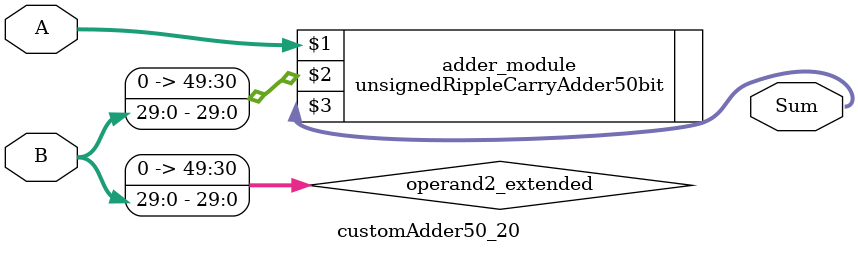
<source format=v>
module customAdder50_20(
                        input [49 : 0] A,
                        input [29 : 0] B,
                        
                        output [50 : 0] Sum
                );

        wire [49 : 0] operand2_extended;
        
        assign operand2_extended =  {20'b0, B};
        
        unsignedRippleCarryAdder50bit adder_module(
            A,
            operand2_extended,
            Sum
        );
        
        endmodule
        
</source>
